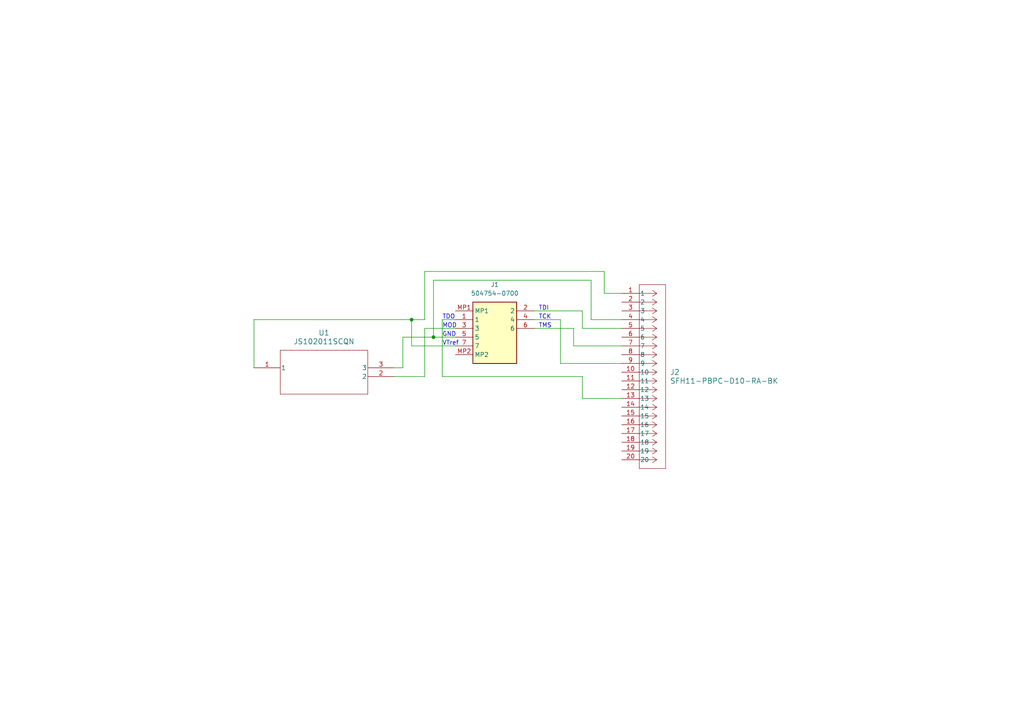
<source format=kicad_sch>
(kicad_sch (version 20230121) (generator eeschema)
  (paper "A4")
  (lib_symbols
    (symbol "504754-0700:504754-0700"
      (property "Reference" "J" (at 19.05 7.62 0))
      (property "Value" "504754-0700" (at 19.05 5.08 0))
      (symbol "504754-0700_1_1"
        (rectangle (start 5.08 2.54) (end 17.78 -15.24) (stroke (width 0.254)) (fill (type background)))
        (pin passive line (at 0 -2.54 0) (length 5.08) (name "1") (number "1"))
        (pin passive line (at 22.86 0 180) (length 5.08) (name "2") (number "2"))
        (pin passive line (at 0 -5.08 0) (length 5.08) (name "3") (number "3"))
        (pin passive line (at 22.86 -2.54 180) (length 5.08) (name "4") (number "4"))
        (pin passive line (at 0 -7.62 0) (length 5.08) (name "5") (number "5"))
        (pin passive line (at 22.86 -5.08 180) (length 5.08) (name "6") (number "6"))
        (pin passive line (at 0 -10.16 0) (length 5.08) (name "7") (number "7"))
        (pin passive line (at 0 0 0) (length 5.08) (name "MP1") (number "MP1"))
        (pin passive line (at 0 -12.7 0) (length 5.08) (name "MP2") (number "MP2"))
      )
    )
    (symbol "CONN20_D10-RA-BK_SUL:SFH11-PBPC-D10-RA-BK" (pin_names (offset 0.254))
      (property "Reference" "J" (at 8.89 6.35 0))
      (property "Value" "SFH11-PBPC-D10-RA-BK" (at 0 0 0))
      (symbol "SFH11-PBPC-D10-RA-BK_1_1"
        (polyline (pts (xy 5.08 -50.8) (xy 12.7 -50.8)) (stroke (width 0.127)))
        (polyline (pts (xy 5.08 2.54) (xy 5.08 -50.8)) (stroke (width 0.127)))
        (polyline (pts (xy 10.16 -48.26) (xy 5.08 -48.26)) (stroke (width 0.127)))
        (polyline (pts (xy 10.16 -48.26) (xy 8.89 -49.1067)) (stroke (width 0.127)))
        (polyline (pts (xy 10.16 -48.26) (xy 8.89 -47.4133)) (stroke (width 0.127)))
        (polyline (pts (xy 10.16 -45.72) (xy 5.08 -45.72)) (stroke (width 0.127)))
        (polyline (pts (xy 10.16 -45.72) (xy 8.89 -46.5667)) (stroke (width 0.127)))
        (polyline (pts (xy 10.16 -45.72) (xy 8.89 -44.8733)) (stroke (width 0.127)))
        (polyline (pts (xy 10.16 -43.18) (xy 5.08 -43.18)) (stroke (width 0.127)))
        (polyline (pts (xy 10.16 -43.18) (xy 8.89 -44.0267)) (stroke (width 0.127)))
        (polyline (pts (xy 10.16 -43.18) (xy 8.89 -42.3333)) (stroke (width 0.127)))
        (polyline (pts (xy 10.16 -40.64) (xy 5.08 -40.64)) (stroke (width 0.127)))
        (polyline (pts (xy 10.16 -40.64) (xy 8.89 -41.4867)) (stroke (width 0.127)))
        (polyline (pts (xy 10.16 -40.64) (xy 8.89 -39.7933)) (stroke (width 0.127)))
        (polyline (pts (xy 10.16 -38.1) (xy 5.08 -38.1)) (stroke (width 0.127)))
        (polyline (pts (xy 10.16 -38.1) (xy 8.89 -38.9467)) (stroke (width 0.127)))
        (polyline (pts (xy 10.16 -38.1) (xy 8.89 -37.2533)) (stroke (width 0.127)))
        (polyline (pts (xy 10.16 -35.56) (xy 5.08 -35.56)) (stroke (width 0.127)))
        (polyline (pts (xy 10.16 -35.56) (xy 8.89 -36.4067)) (stroke (width 0.127)))
        (polyline (pts (xy 10.16 -35.56) (xy 8.89 -34.7133)) (stroke (width 0.127)))
        (polyline (pts (xy 10.16 -33.02) (xy 5.08 -33.02)) (stroke (width 0.127)))
        (polyline (pts (xy 10.16 -33.02) (xy 8.89 -33.8667)) (stroke (width 0.127)))
        (polyline (pts (xy 10.16 -33.02) (xy 8.89 -32.1733)) (stroke (width 0.127)))
        (polyline (pts (xy 10.16 -30.48) (xy 5.08 -30.48)) (stroke (width 0.127)))
        (polyline (pts (xy 10.16 -30.48) (xy 8.89 -31.3267)) (stroke (width 0.127)))
        (polyline (pts (xy 10.16 -30.48) (xy 8.89 -29.6333)) (stroke (width 0.127)))
        (polyline (pts (xy 10.16 -27.94) (xy 5.08 -27.94)) (stroke (width 0.127)))
        (polyline (pts (xy 10.16 -27.94) (xy 8.89 -28.7867)) (stroke (width 0.127)))
        (polyline (pts (xy 10.16 -27.94) (xy 8.89 -27.0933)) (stroke (width 0.127)))
        (polyline (pts (xy 10.16 -25.4) (xy 5.08 -25.4)) (stroke (width 0.127)))
        (polyline (pts (xy 10.16 -25.4) (xy 8.89 -26.2467)) (stroke (width 0.127)))
        (polyline (pts (xy 10.16 -25.4) (xy 8.89 -24.5533)) (stroke (width 0.127)))
        (polyline (pts (xy 10.16 -22.86) (xy 5.08 -22.86)) (stroke (width 0.127)))
        (polyline (pts (xy 10.16 -22.86) (xy 8.89 -23.7067)) (stroke (width 0.127)))
        (polyline (pts (xy 10.16 -22.86) (xy 8.89 -22.0133)) (stroke (width 0.127)))
        (polyline (pts (xy 10.16 -20.32) (xy 5.08 -20.32)) (stroke (width 0.127)))
        (polyline (pts (xy 10.16 -20.32) (xy 8.89 -21.1667)) (stroke (width 0.127)))
        (polyline (pts (xy 10.16 -20.32) (xy 8.89 -19.4733)) (stroke (width 0.127)))
        (polyline (pts (xy 10.16 -17.78) (xy 5.08 -17.78)) (stroke (width 0.127)))
        (polyline (pts (xy 10.16 -17.78) (xy 8.89 -18.6267)) (stroke (width 0.127)))
        (polyline (pts (xy 10.16 -17.78) (xy 8.89 -16.9333)) (stroke (width 0.127)))
        (polyline (pts (xy 10.16 -15.24) (xy 5.08 -15.24)) (stroke (width 0.127)))
        (polyline (pts (xy 10.16 -15.24) (xy 8.89 -16.0867)) (stroke (width 0.127)))
        (polyline (pts (xy 10.16 -15.24) (xy 8.89 -14.3933)) (stroke (width 0.127)))
        (polyline (pts (xy 10.16 -12.7) (xy 5.08 -12.7)) (stroke (width 0.127)))
        (polyline (pts (xy 10.16 -12.7) (xy 8.89 -13.5467)) (stroke (width 0.127)))
        (polyline (pts (xy 10.16 -12.7) (xy 8.89 -11.8533)) (stroke (width 0.127)))
        (polyline (pts (xy 10.16 -10.16) (xy 5.08 -10.16)) (stroke (width 0.127)))
        (polyline (pts (xy 10.16 -10.16) (xy 8.89 -11.0067)) (stroke (width 0.127)))
        (polyline (pts (xy 10.16 -10.16) (xy 8.89 -9.3133)) (stroke (width 0.127)))
        (polyline (pts (xy 10.16 -7.62) (xy 5.08 -7.62)) (stroke (width 0.127)))
        (polyline (pts (xy 10.16 -7.62) (xy 8.89 -8.4667)) (stroke (width 0.127)))
        (polyline (pts (xy 10.16 -7.62) (xy 8.89 -6.7733)) (stroke (width 0.127)))
        (polyline (pts (xy 10.16 -5.08) (xy 5.08 -5.08)) (stroke (width 0.127)))
        (polyline (pts (xy 10.16 -5.08) (xy 8.89 -5.9267)) (stroke (width 0.127)))
        (polyline (pts (xy 10.16 -5.08) (xy 8.89 -4.2333)) (stroke (width 0.127)))
        (polyline (pts (xy 10.16 -2.54) (xy 5.08 -2.54)) (stroke (width 0.127)))
        (polyline (pts (xy 10.16 -2.54) (xy 8.89 -3.3867)) (stroke (width 0.127)))
        (polyline (pts (xy 10.16 -2.54) (xy 8.89 -1.6933)) (stroke (width 0.127)))
        (polyline (pts (xy 10.16 0) (xy 5.08 0)) (stroke (width 0.127)))
        (polyline (pts (xy 10.16 0) (xy 8.89 -0.8467)) (stroke (width 0.127)))
        (polyline (pts (xy 10.16 0) (xy 8.89 0.8467)) (stroke (width 0.127)))
        (polyline (pts (xy 12.7 -50.8) (xy 12.7 2.54)) (stroke (width 0.127)))
        (polyline (pts (xy 12.7 2.54) (xy 5.08 2.54)) (stroke (width 0.127)))
        (pin unspecified line (at 0 0 0) (length 5.08) (name "1") (number "1"))
        (pin unspecified line (at 0 -22.86 0) (length 5.08) (name "10") (number "10"))
        (pin unspecified line (at 0 -25.4 0) (length 5.08) (name "11") (number "11"))
        (pin unspecified line (at 0 -27.94 0) (length 5.08) (name "12") (number "12"))
        (pin unspecified line (at 0 -30.48 0) (length 5.08) (name "13") (number "13"))
        (pin unspecified line (at 0 -33.02 0) (length 5.08) (name "14") (number "14"))
        (pin unspecified line (at 0 -35.56 0) (length 5.08) (name "15") (number "15"))
        (pin unspecified line (at 0 -38.1 0) (length 5.08) (name "16") (number "16"))
        (pin unspecified line (at 0 -40.64 0) (length 5.08) (name "17") (number "17"))
        (pin unspecified line (at 0 -43.18 0) (length 5.08) (name "18") (number "18"))
        (pin unspecified line (at 0 -45.72 0) (length 5.08) (name "19") (number "19"))
        (pin unspecified line (at 0 -2.54 0) (length 5.08) (name "2") (number "2"))
        (pin unspecified line (at 0 -48.26 0) (length 5.08) (name "20") (number "20"))
        (pin unspecified line (at 0 -5.08 0) (length 5.08) (name "3") (number "3"))
        (pin unspecified line (at 0 -7.62 0) (length 5.08) (name "4") (number "4"))
        (pin unspecified line (at 0 -10.16 0) (length 5.08) (name "5") (number "5"))
        (pin unspecified line (at 0 -12.7 0) (length 5.08) (name "6") (number "6"))
        (pin unspecified line (at 0 -15.24 0) (length 5.08) (name "7") (number "7"))
        (pin unspecified line (at 0 -17.78 0) (length 5.08) (name "8") (number "8"))
        (pin unspecified line (at 0 -20.32 0) (length 5.08) (name "9") (number "9"))
      )
      (symbol "SFH11-PBPC-D10-RA-BK_1_2"
        (polyline (pts (xy 5.08 -50.8) (xy 12.7 -50.8)) (stroke (width 0.127)))
        (polyline (pts (xy 5.08 2.54) (xy 5.08 -50.8)) (stroke (width 0.127)))
        (polyline (pts (xy 7.62 -48.26) (xy 5.08 -48.26)) (stroke (width 0.127)))
        (polyline (pts (xy 7.62 -48.26) (xy 8.89 -49.1067)) (stroke (width 0.127)))
        (polyline (pts (xy 7.62 -48.26) (xy 8.89 -47.4133)) (stroke (width 0.127)))
        (polyline (pts (xy 7.62 -45.72) (xy 5.08 -45.72)) (stroke (width 0.127)))
        (polyline (pts (xy 7.62 -45.72) (xy 8.89 -46.5667)) (stroke (width 0.127)))
        (polyline (pts (xy 7.62 -45.72) (xy 8.89 -44.8733)) (stroke (width 0.127)))
        (polyline (pts (xy 7.62 -43.18) (xy 5.08 -43.18)) (stroke (width 0.127)))
        (polyline (pts (xy 7.62 -43.18) (xy 8.89 -44.0267)) (stroke (width 0.127)))
        (polyline (pts (xy 7.62 -43.18) (xy 8.89 -42.3333)) (stroke (width 0.127)))
        (polyline (pts (xy 7.62 -40.64) (xy 5.08 -40.64)) (stroke (width 0.127)))
        (polyline (pts (xy 7.62 -40.64) (xy 8.89 -41.4867)) (stroke (width 0.127)))
        (polyline (pts (xy 7.62 -40.64) (xy 8.89 -39.7933)) (stroke (width 0.127)))
        (polyline (pts (xy 7.62 -38.1) (xy 5.08 -38.1)) (stroke (width 0.127)))
        (polyline (pts (xy 7.62 -38.1) (xy 8.89 -38.9467)) (stroke (width 0.127)))
        (polyline (pts (xy 7.62 -38.1) (xy 8.89 -37.2533)) (stroke (width 0.127)))
        (polyline (pts (xy 7.62 -35.56) (xy 5.08 -35.56)) (stroke (width 0.127)))
        (polyline (pts (xy 7.62 -35.56) (xy 8.89 -36.4067)) (stroke (width 0.127)))
        (polyline (pts (xy 7.62 -35.56) (xy 8.89 -34.7133)) (stroke (width 0.127)))
        (polyline (pts (xy 7.62 -33.02) (xy 5.08 -33.02)) (stroke (width 0.127)))
        (polyline (pts (xy 7.62 -33.02) (xy 8.89 -33.8667)) (stroke (width 0.127)))
        (polyline (pts (xy 7.62 -33.02) (xy 8.89 -32.1733)) (stroke (width 0.127)))
        (polyline (pts (xy 7.62 -30.48) (xy 5.08 -30.48)) (stroke (width 0.127)))
        (polyline (pts (xy 7.62 -30.48) (xy 8.89 -31.3267)) (stroke (width 0.127)))
        (polyline (pts (xy 7.62 -30.48) (xy 8.89 -29.6333)) (stroke (width 0.127)))
        (polyline (pts (xy 7.62 -27.94) (xy 5.08 -27.94)) (stroke (width 0.127)))
        (polyline (pts (xy 7.62 -27.94) (xy 8.89 -28.7867)) (stroke (width 0.127)))
        (polyline (pts (xy 7.62 -27.94) (xy 8.89 -27.0933)) (stroke (width 0.127)))
        (polyline (pts (xy 7.62 -25.4) (xy 5.08 -25.4)) (stroke (width 0.127)))
        (polyline (pts (xy 7.62 -25.4) (xy 8.89 -26.2467)) (stroke (width 0.127)))
        (polyline (pts (xy 7.62 -25.4) (xy 8.89 -24.5533)) (stroke (width 0.127)))
        (polyline (pts (xy 7.62 -22.86) (xy 5.08 -22.86)) (stroke (width 0.127)))
        (polyline (pts (xy 7.62 -22.86) (xy 8.89 -23.7067)) (stroke (width 0.127)))
        (polyline (pts (xy 7.62 -22.86) (xy 8.89 -22.0133)) (stroke (width 0.127)))
        (polyline (pts (xy 7.62 -20.32) (xy 5.08 -20.32)) (stroke (width 0.127)))
        (polyline (pts (xy 7.62 -20.32) (xy 8.89 -21.1667)) (stroke (width 0.127)))
        (polyline (pts (xy 7.62 -20.32) (xy 8.89 -19.4733)) (stroke (width 0.127)))
        (polyline (pts (xy 7.62 -17.78) (xy 5.08 -17.78)) (stroke (width 0.127)))
        (polyline (pts (xy 7.62 -17.78) (xy 8.89 -18.6267)) (stroke (width 0.127)))
        (polyline (pts (xy 7.62 -17.78) (xy 8.89 -16.9333)) (stroke (width 0.127)))
        (polyline (pts (xy 7.62 -15.24) (xy 5.08 -15.24)) (stroke (width 0.127)))
        (polyline (pts (xy 7.62 -15.24) (xy 8.89 -16.0867)) (stroke (width 0.127)))
        (polyline (pts (xy 7.62 -15.24) (xy 8.89 -14.3933)) (stroke (width 0.127)))
        (polyline (pts (xy 7.62 -12.7) (xy 5.08 -12.7)) (stroke (width 0.127)))
        (polyline (pts (xy 7.62 -12.7) (xy 8.89 -13.5467)) (stroke (width 0.127)))
        (polyline (pts (xy 7.62 -12.7) (xy 8.89 -11.8533)) (stroke (width 0.127)))
        (polyline (pts (xy 7.62 -10.16) (xy 5.08 -10.16)) (stroke (width 0.127)))
        (polyline (pts (xy 7.62 -10.16) (xy 8.89 -11.0067)) (stroke (width 0.127)))
        (polyline (pts (xy 7.62 -10.16) (xy 8.89 -9.3133)) (stroke (width 0.127)))
        (polyline (pts (xy 7.62 -7.62) (xy 5.08 -7.62)) (stroke (width 0.127)))
        (polyline (pts (xy 7.62 -7.62) (xy 8.89 -8.4667)) (stroke (width 0.127)))
        (polyline (pts (xy 7.62 -7.62) (xy 8.89 -6.7733)) (stroke (width 0.127)))
        (polyline (pts (xy 7.62 -5.08) (xy 5.08 -5.08)) (stroke (width 0.127)))
        (polyline (pts (xy 7.62 -5.08) (xy 8.89 -5.9267)) (stroke (width 0.127)))
        (polyline (pts (xy 7.62 -5.08) (xy 8.89 -4.2333)) (stroke (width 0.127)))
        (polyline (pts (xy 7.62 -2.54) (xy 5.08 -2.54)) (stroke (width 0.127)))
        (polyline (pts (xy 7.62 -2.54) (xy 8.89 -3.3867)) (stroke (width 0.127)))
        (polyline (pts (xy 7.62 -2.54) (xy 8.89 -1.6933)) (stroke (width 0.127)))
        (polyline (pts (xy 7.62 0) (xy 5.08 0)) (stroke (width 0.127)))
        (polyline (pts (xy 7.62 0) (xy 8.89 -0.8467)) (stroke (width 0.127)))
        (polyline (pts (xy 7.62 0) (xy 8.89 0.8467)) (stroke (width 0.127)))
        (polyline (pts (xy 12.7 -50.8) (xy 12.7 2.54)) (stroke (width 0.127)))
        (polyline (pts (xy 12.7 2.54) (xy 5.08 2.54)) (stroke (width 0.127)))
        (pin unspecified line (at 0 0 0) (length 5.08) (name "1") (number "1"))
        (pin unspecified line (at 0 -22.86 0) (length 5.08) (name "10") (number "10"))
        (pin unspecified line (at 0 -25.4 0) (length 5.08) (name "11") (number "11"))
        (pin unspecified line (at 0 -27.94 0) (length 5.08) (name "12") (number "12"))
        (pin unspecified line (at 0 -30.48 0) (length 5.08) (name "13") (number "13"))
        (pin unspecified line (at 0 -33.02 0) (length 5.08) (name "14") (number "14"))
        (pin unspecified line (at 0 -35.56 0) (length 5.08) (name "15") (number "15"))
        (pin unspecified line (at 0 -38.1 0) (length 5.08) (name "16") (number "16"))
        (pin unspecified line (at 0 -40.64 0) (length 5.08) (name "17") (number "17"))
        (pin unspecified line (at 0 -43.18 0) (length 5.08) (name "18") (number "18"))
        (pin unspecified line (at 0 -45.72 0) (length 5.08) (name "19") (number "19"))
        (pin unspecified line (at 0 -2.54 0) (length 5.08) (name "2") (number "2"))
        (pin unspecified line (at 0 -48.26 0) (length 5.08) (name "20") (number "20"))
        (pin unspecified line (at 0 -5.08 0) (length 5.08) (name "3") (number "3"))
        (pin unspecified line (at 0 -7.62 0) (length 5.08) (name "4") (number "4"))
        (pin unspecified line (at 0 -10.16 0) (length 5.08) (name "5") (number "5"))
        (pin unspecified line (at 0 -12.7 0) (length 5.08) (name "6") (number "6"))
        (pin unspecified line (at 0 -15.24 0) (length 5.08) (name "7") (number "7"))
        (pin unspecified line (at 0 -17.78 0) (length 5.08) (name "8") (number "8"))
        (pin unspecified line (at 0 -20.32 0) (length 5.08) (name "9") (number "9"))
      )
    )
    (symbol "JS102011:JS102011SCQN" (pin_names (offset 0.254))
      (property "Reference" "U" (at 20.32 10.16 0))
      (property "Value" "JS102011SCQN" (at 20.32 7.62 0))
      (symbol "JS102011SCQN_0_1"
        (polyline (pts (xy 7.62 -7.62) (xy 33.02 -7.62)) (stroke (width 0.127)))
        (polyline (pts (xy 7.62 5.08) (xy 7.62 -7.62)) (stroke (width 0.127)))
        (polyline (pts (xy 33.02 -7.62) (xy 33.02 5.08)) (stroke (width 0.127)))
        (polyline (pts (xy 33.02 5.08) (xy 7.62 5.08)) (stroke (width 0.127)))
        (pin unspecified line (at 0 0 0) (length 7.62) (name "1") (number "1"))
        (pin unspecified line (at 40.64 -2.54 180) (length 7.62) (name "2") (number "2"))
        (pin unspecified line (at 40.64 0 180) (length 7.62) (name "3") (number "3"))
      )
    )
  )
  (junction (at 119.38 92.71))
  (junction (at 125.73 97.79))
  (wire (pts (xy 123.19 92.71) (xy 123.19 78.74)))
  (wire (pts (xy 168.91 115.57) (xy 168.91 109.22)))
  (wire (pts (xy 125.73 97.79) (xy 132.08 97.79)))
  (wire (pts (xy 180.34 95.25) (xy 168.91 95.25)))
  (wire (pts (xy 168.91 95.25) (xy 168.91 90.17)))
  (wire (pts (xy 73.66 92.71) (xy 73.66 106.68)))
  (wire (pts (xy 114.3 109.22) (xy 123.19 109.22)))
  (wire (pts (xy 128.27 92.71) (xy 128.27 109.22)))
  (wire (pts (xy 123.19 95.25) (xy 132.08 95.25)))
  (wire (pts (xy 119.38 100.33) (xy 132.08 100.33)))
  (wire (pts (xy 175.26 85.09) (xy 180.34 85.09)))
  (wire (pts (xy 180.34 115.57) (xy 168.91 115.57)))
  (wire (pts (xy 128.27 92.71) (xy 132.08 92.71)))
  (wire (pts (xy 162.56 105.41) (xy 162.56 92.71)))
  (wire (pts (xy 123.19 78.74) (xy 175.26 78.74)))
  (wire (pts (xy 180.34 100.33) (xy 166.37 100.33)))
  (wire (pts (xy 119.38 92.71) (xy 73.66 92.71)))
  (wire (pts (xy 119.38 92.71) (xy 123.19 92.71)))
  (wire (pts (xy 166.37 95.25) (xy 154.94 95.25)))
  (wire (pts (xy 116.84 97.79) (xy 116.84 106.68)))
  (wire (pts (xy 180.34 105.41) (xy 162.56 105.41)))
  (wire (pts (xy 166.37 100.33) (xy 166.37 95.25)))
  (wire (pts (xy 162.56 92.71) (xy 154.94 92.71)))
  (wire (pts (xy 154.94 90.17) (xy 168.91 90.17)))
  (wire (pts (xy 116.84 106.68) (xy 114.3 106.68)))
  (wire (pts (xy 180.34 92.71) (xy 171.45 92.71)))
  (wire (pts (xy 168.91 109.22) (xy 128.27 109.22)))
  (wire (pts (xy 123.19 109.22) (xy 123.19 95.25)))
  (wire (pts (xy 125.73 81.28) (xy 125.73 97.79)))
  (wire (pts (xy 175.26 78.74) (xy 175.26 85.09)))
  (wire (pts (xy 119.38 100.33) (xy 119.38 92.71)))
  (wire (pts (xy 171.45 92.71) (xy 171.45 81.28)))
  (wire (pts (xy 171.45 81.28) (xy 125.73 81.28)))
  (wire (pts (xy 125.73 97.79) (xy 116.84 97.79)))
  (text "TDI" (at 156.21 90.17 0) (effects (font (size 1.27 1.27)) (justify left bottom)))
  (text "TMS" (at 156.21 95.25 0) (effects (font (size 1.27 1.27)) (justify left bottom)))
  (text "TDO" (at 128.27 92.71 0) (effects (font (size 1.27 1.27)) (justify left bottom)))
  (text "TCK" (at 156.21 92.71 0) (effects (font (size 1.27 1.27)) (justify left bottom)))
  (text "GND" (at 128.27 97.79 0) (effects (font (size 1.27 1.27)) (justify left bottom)))
  (text "VTref" (at 128.27 100.33 0) (effects (font (size 1.27 1.27)) (justify left bottom)))
  (text "MOD" (at 128.27 95.25 0) (effects (font (size 1.27 1.27)) (justify left bottom)))
  (symbol (lib_id "504754-0700:504754-0700") (at 132.08 90.17 0) (unit 1)
    (property "Reference" "J1" (at 143.51 82.55 0))
    (property "Value" "504754-0700" (at 143.51 85.09 0))
    (property "Footprint" "5047540700" (effects hide))
    (property "Datasheet" "https://www.molex.com/pdm_docs/sd/5047540700_sd.pdf" (effects hide))
    (property "Height" "0.8" (effects hide))
    (property "Mouser Part Number" "538-504754-0700" (effects hide))
    (property "Mouser Price/Stock" "https://www.mouser.co.uk/ProductDetail/Molex/504754-0700?qs=eKig3M7YXu8q6psVD0vyjg%3D%3D" (effects hide))
    (property "Manufacturer_Name" "Molex" (effects hide))
    (property "Manufacturer_Part_Number" "504754-0700" (effects hide))
  )
  (symbol (lib_id "CONN20_D10-RA-BK_SUL:SFH11-PBPC-D10-RA-BK") (at 180.34 85.09 0) (unit 1)
    (property "Reference" "J2" (at 194.31 107.95 0) (effects (font (size 1.524 1.524)) (justify left)))
    (property "Value" "SFH11-PBPC-D10-RA-BK" (at 194.31 110.49 0) (effects (font (size 1.524 1.524)) (justify left)))
    (property "Footprint" "CONN20_D10-RA-BK_SUL" (effects hide))
    (property "Datasheet" "SFH11-PBPC-D10-RA-BK" (effects hide))
  )
  (symbol (lib_id "JS102011:JS102011SCQN") (at 73.66 106.68 0) (unit 1)
    (property "Reference" "U1" (at 93.98 96.52 0) (effects (font (size 1.524 1.524))))
    (property "Value" "JS102011SCQN" (at 93.98 99.06 0) (effects (font (size 1.524 1.524))))
    (property "Footprint" "SWITCH_1SCQN" (effects hide))
    (property "Datasheet" "JS102011SCQN" (effects hide))
  )
)
</source>
